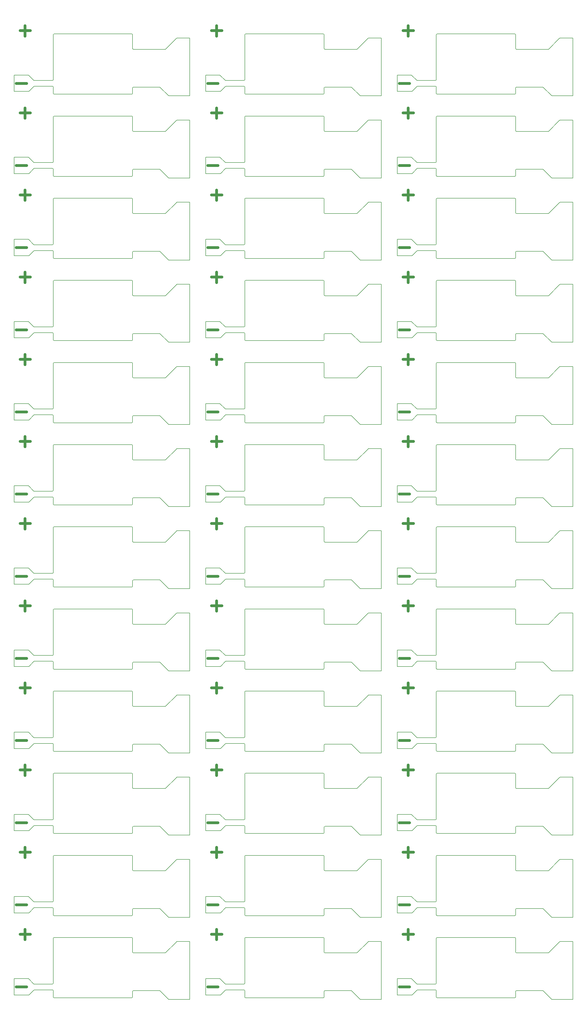
<source format=gbr>
G04 #@! TF.GenerationSoftware,KiCad,Pcbnew,(2017-07-13 revision e01eb2975)-makepkg*
G04 #@! TF.CreationDate,2017-08-29T12:18:45+02:00*
G04 #@! TF.ProjectId,panel,70616E656C2E6B696361645F70636200,rev?*
G04 #@! TF.SameCoordinates,Original
G04 #@! TF.FileFunction,Other,ECO1*
%FSLAX46Y46*%
G04 Gerber Fmt 4.6, Leading zero omitted, Abs format (unit mm)*
G04 Created by KiCad (PCBNEW (2017-07-13 revision e01eb2975)-makepkg) date 08/29/17 12:18:45*
%MOMM*%
%LPD*%
G01*
G04 APERTURE LIST*
%ADD10C,0.150000*%
%ADD11C,1.000000*%
G04 APERTURE END LIST*
D10*
X184750000Y-357600000D02*
G75*
G03X185050000Y-357300000I0J300000D01*
G01*
X114750000Y-357600000D02*
G75*
G03X115050000Y-357300000I0J300000D01*
G01*
X44750000Y-357600000D02*
G75*
G03X45050000Y-357300000I0J300000D01*
G01*
X184750000Y-327600000D02*
G75*
G03X185050000Y-327300000I0J300000D01*
G01*
X114750000Y-327600000D02*
G75*
G03X115050000Y-327300000I0J300000D01*
G01*
X44750000Y-327600000D02*
G75*
G03X45050000Y-327300000I0J300000D01*
G01*
X184750000Y-297600000D02*
G75*
G03X185050000Y-297300000I0J300000D01*
G01*
X114750000Y-297600000D02*
G75*
G03X115050000Y-297300000I0J300000D01*
G01*
X44750000Y-297600000D02*
G75*
G03X45050000Y-297300000I0J300000D01*
G01*
X184750000Y-267600000D02*
G75*
G03X185050000Y-267300000I0J300000D01*
G01*
X114750000Y-267600000D02*
G75*
G03X115050000Y-267300000I0J300000D01*
G01*
X44750000Y-267600000D02*
G75*
G03X45050000Y-267300000I0J300000D01*
G01*
X184750000Y-237600000D02*
G75*
G03X185050000Y-237300000I0J300000D01*
G01*
X114750000Y-237600000D02*
G75*
G03X115050000Y-237300000I0J300000D01*
G01*
X44750000Y-237600000D02*
G75*
G03X45050000Y-237300000I0J300000D01*
G01*
X184750000Y-207600000D02*
G75*
G03X185050000Y-207300000I0J300000D01*
G01*
X114750000Y-207600000D02*
G75*
G03X115050000Y-207300000I0J300000D01*
G01*
X44750000Y-207600000D02*
G75*
G03X45050000Y-207300000I0J300000D01*
G01*
X184750000Y-177600000D02*
G75*
G03X185050000Y-177300000I0J300000D01*
G01*
X114750000Y-177600000D02*
G75*
G03X115050000Y-177300000I0J300000D01*
G01*
X44750000Y-177600000D02*
G75*
G03X45050000Y-177300000I0J300000D01*
G01*
X184750000Y-147600000D02*
G75*
G03X185050000Y-147300000I0J300000D01*
G01*
X114750000Y-147600000D02*
G75*
G03X115050000Y-147300000I0J300000D01*
G01*
X44750000Y-147600000D02*
G75*
G03X45050000Y-147300000I0J300000D01*
G01*
X184750000Y-117600000D02*
G75*
G03X185050000Y-117300000I0J300000D01*
G01*
X114750000Y-117600000D02*
G75*
G03X115050000Y-117300000I0J300000D01*
G01*
X44750000Y-117600000D02*
G75*
G03X45050000Y-117300000I0J300000D01*
G01*
X184750000Y-87600000D02*
G75*
G03X185050000Y-87300000I0J300000D01*
G01*
X114750000Y-87600000D02*
G75*
G03X115050000Y-87300000I0J300000D01*
G01*
X44750000Y-87600000D02*
G75*
G03X45050000Y-87300000I0J300000D01*
G01*
X184750000Y-57600000D02*
G75*
G03X185050000Y-57300000I0J300000D01*
G01*
X114750000Y-57600000D02*
G75*
G03X115050000Y-57300000I0J300000D01*
G01*
X44750000Y-57600000D02*
G75*
G03X45050000Y-57300000I0J300000D01*
G01*
X184750000Y-27600000D02*
G75*
G03X185050000Y-27300000I0J300000D01*
G01*
X114750000Y-27600000D02*
G75*
G03X115050000Y-27300000I0J300000D01*
G01*
X148975000Y-352600000D02*
X146975000Y-350600000D01*
X78975000Y-352600000D02*
X76975000Y-350600000D01*
X8975000Y-352600000D02*
X6975000Y-350600000D01*
X148975000Y-322600000D02*
X146975000Y-320600000D01*
X78975000Y-322600000D02*
X76975000Y-320600000D01*
X8975000Y-322600000D02*
X6975000Y-320600000D01*
X148975000Y-292600000D02*
X146975000Y-290600000D01*
X78975000Y-292600000D02*
X76975000Y-290600000D01*
X8975000Y-292600000D02*
X6975000Y-290600000D01*
X148975000Y-262600000D02*
X146975000Y-260600000D01*
X78975000Y-262600000D02*
X76975000Y-260600000D01*
X8975000Y-262600000D02*
X6975000Y-260600000D01*
X148975000Y-232600000D02*
X146975000Y-230600000D01*
X78975000Y-232600000D02*
X76975000Y-230600000D01*
X8975000Y-232600000D02*
X6975000Y-230600000D01*
X148975000Y-202600000D02*
X146975000Y-200600000D01*
X78975000Y-202600000D02*
X76975000Y-200600000D01*
X8975000Y-202600000D02*
X6975000Y-200600000D01*
X148975000Y-172600000D02*
X146975000Y-170600000D01*
X78975000Y-172600000D02*
X76975000Y-170600000D01*
X8975000Y-172600000D02*
X6975000Y-170600000D01*
X148975000Y-142600000D02*
X146975000Y-140600000D01*
X78975000Y-142600000D02*
X76975000Y-140600000D01*
X8975000Y-142600000D02*
X6975000Y-140600000D01*
X148975000Y-112600000D02*
X146975000Y-110600000D01*
X78975000Y-112600000D02*
X76975000Y-110600000D01*
X8975000Y-112600000D02*
X6975000Y-110600000D01*
X148975000Y-82600000D02*
X146975000Y-80600000D01*
X78975000Y-82600000D02*
X76975000Y-80600000D01*
X8975000Y-82600000D02*
X6975000Y-80600000D01*
X148975000Y-52600000D02*
X146975000Y-50600000D01*
X78975000Y-52600000D02*
X76975000Y-50600000D01*
X8975000Y-52600000D02*
X6975000Y-50600000D01*
X148975000Y-22600000D02*
X146975000Y-20600000D01*
X78975000Y-22600000D02*
X76975000Y-20600000D01*
X185050000Y-335900000D02*
G75*
G03X184750000Y-335600000I-300000J0D01*
G01*
X115050000Y-335900000D02*
G75*
G03X114750000Y-335600000I-300000J0D01*
G01*
X45050000Y-335900000D02*
G75*
G03X44750000Y-335600000I-300000J0D01*
G01*
X185050000Y-305900000D02*
G75*
G03X184750000Y-305600000I-300000J0D01*
G01*
X115050000Y-305900000D02*
G75*
G03X114750000Y-305600000I-300000J0D01*
G01*
X45050000Y-305900000D02*
G75*
G03X44750000Y-305600000I-300000J0D01*
G01*
X185050000Y-275900000D02*
G75*
G03X184750000Y-275600000I-300000J0D01*
G01*
X115050000Y-275900000D02*
G75*
G03X114750000Y-275600000I-300000J0D01*
G01*
X45050000Y-275900000D02*
G75*
G03X44750000Y-275600000I-300000J0D01*
G01*
X185050000Y-245900000D02*
G75*
G03X184750000Y-245600000I-300000J0D01*
G01*
X115050000Y-245900000D02*
G75*
G03X114750000Y-245600000I-300000J0D01*
G01*
X45050000Y-245900000D02*
G75*
G03X44750000Y-245600000I-300000J0D01*
G01*
X185050000Y-215900000D02*
G75*
G03X184750000Y-215600000I-300000J0D01*
G01*
X115050000Y-215900000D02*
G75*
G03X114750000Y-215600000I-300000J0D01*
G01*
X45050000Y-215900000D02*
G75*
G03X44750000Y-215600000I-300000J0D01*
G01*
X185050000Y-185900000D02*
G75*
G03X184750000Y-185600000I-300000J0D01*
G01*
X115050000Y-185900000D02*
G75*
G03X114750000Y-185600000I-300000J0D01*
G01*
X45050000Y-185900000D02*
G75*
G03X44750000Y-185600000I-300000J0D01*
G01*
X185050000Y-155900000D02*
G75*
G03X184750000Y-155600000I-300000J0D01*
G01*
X115050000Y-155900000D02*
G75*
G03X114750000Y-155600000I-300000J0D01*
G01*
X45050000Y-155900000D02*
G75*
G03X44750000Y-155600000I-300000J0D01*
G01*
X185050000Y-125900000D02*
G75*
G03X184750000Y-125600000I-300000J0D01*
G01*
X115050000Y-125900000D02*
G75*
G03X114750000Y-125600000I-300000J0D01*
G01*
X45050000Y-125900000D02*
G75*
G03X44750000Y-125600000I-300000J0D01*
G01*
X185050000Y-95900000D02*
G75*
G03X184750000Y-95600000I-300000J0D01*
G01*
X115050000Y-95900000D02*
G75*
G03X114750000Y-95600000I-300000J0D01*
G01*
X45050000Y-95900000D02*
G75*
G03X44750000Y-95600000I-300000J0D01*
G01*
X185050000Y-65900000D02*
G75*
G03X184750000Y-65600000I-300000J0D01*
G01*
X115050000Y-65900000D02*
G75*
G03X114750000Y-65600000I-300000J0D01*
G01*
X45050000Y-65900000D02*
G75*
G03X44750000Y-65600000I-300000J0D01*
G01*
X185050000Y-35900000D02*
G75*
G03X184750000Y-35600000I-300000J0D01*
G01*
X115050000Y-35900000D02*
G75*
G03X114750000Y-35600000I-300000J0D01*
G01*
X45050000Y-35900000D02*
G75*
G03X44750000Y-35600000I-300000J0D01*
G01*
X185050000Y-5900000D02*
G75*
G03X184750000Y-5600000I-300000J0D01*
G01*
X115050000Y-5900000D02*
G75*
G03X114750000Y-5600000I-300000J0D01*
G01*
X156050000Y-357300000D02*
G75*
G03X156350000Y-357600000I300000J0D01*
G01*
X86050000Y-357300000D02*
G75*
G03X86350000Y-357600000I300000J0D01*
G01*
X16050000Y-357300000D02*
G75*
G03X16350000Y-357600000I300000J0D01*
G01*
X156050000Y-327300000D02*
G75*
G03X156350000Y-327600000I300000J0D01*
G01*
X86050000Y-327300000D02*
G75*
G03X86350000Y-327600000I300000J0D01*
G01*
X16050000Y-327300000D02*
G75*
G03X16350000Y-327600000I300000J0D01*
G01*
X156050000Y-297300000D02*
G75*
G03X156350000Y-297600000I300000J0D01*
G01*
X86050000Y-297300000D02*
G75*
G03X86350000Y-297600000I300000J0D01*
G01*
X16050000Y-297300000D02*
G75*
G03X16350000Y-297600000I300000J0D01*
G01*
X156050000Y-267300000D02*
G75*
G03X156350000Y-267600000I300000J0D01*
G01*
X86050000Y-267300000D02*
G75*
G03X86350000Y-267600000I300000J0D01*
G01*
X16050000Y-267300000D02*
G75*
G03X16350000Y-267600000I300000J0D01*
G01*
X156050000Y-237300000D02*
G75*
G03X156350000Y-237600000I300000J0D01*
G01*
X86050000Y-237300000D02*
G75*
G03X86350000Y-237600000I300000J0D01*
G01*
X16050000Y-237300000D02*
G75*
G03X16350000Y-237600000I300000J0D01*
G01*
X156050000Y-207300000D02*
G75*
G03X156350000Y-207600000I300000J0D01*
G01*
X86050000Y-207300000D02*
G75*
G03X86350000Y-207600000I300000J0D01*
G01*
X16050000Y-207300000D02*
G75*
G03X16350000Y-207600000I300000J0D01*
G01*
X156050000Y-177300000D02*
G75*
G03X156350000Y-177600000I300000J0D01*
G01*
X86050000Y-177300000D02*
G75*
G03X86350000Y-177600000I300000J0D01*
G01*
X16050000Y-177300000D02*
G75*
G03X16350000Y-177600000I300000J0D01*
G01*
X156050000Y-147300000D02*
G75*
G03X156350000Y-147600000I300000J0D01*
G01*
X86050000Y-147300000D02*
G75*
G03X86350000Y-147600000I300000J0D01*
G01*
X16050000Y-147300000D02*
G75*
G03X16350000Y-147600000I300000J0D01*
G01*
X156050000Y-117300000D02*
G75*
G03X156350000Y-117600000I300000J0D01*
G01*
X86050000Y-117300000D02*
G75*
G03X86350000Y-117600000I300000J0D01*
G01*
X16050000Y-117300000D02*
G75*
G03X16350000Y-117600000I300000J0D01*
G01*
X156050000Y-87300000D02*
G75*
G03X156350000Y-87600000I300000J0D01*
G01*
X86050000Y-87300000D02*
G75*
G03X86350000Y-87600000I300000J0D01*
G01*
X16050000Y-87300000D02*
G75*
G03X16350000Y-87600000I300000J0D01*
G01*
X156050000Y-57300000D02*
G75*
G03X156350000Y-57600000I300000J0D01*
G01*
X86050000Y-57300000D02*
G75*
G03X86350000Y-57600000I300000J0D01*
G01*
X16050000Y-57300000D02*
G75*
G03X16350000Y-57600000I300000J0D01*
G01*
X156050000Y-27300000D02*
G75*
G03X156350000Y-27600000I300000J0D01*
G01*
X86050000Y-27300000D02*
G75*
G03X86350000Y-27600000I300000J0D01*
G01*
X156350000Y-357600000D02*
X184750000Y-357600000D01*
X86350000Y-357600000D02*
X114750000Y-357600000D01*
X16350000Y-357600000D02*
X44750000Y-357600000D01*
X156350000Y-327600000D02*
X184750000Y-327600000D01*
X86350000Y-327600000D02*
X114750000Y-327600000D01*
X16350000Y-327600000D02*
X44750000Y-327600000D01*
X156350000Y-297600000D02*
X184750000Y-297600000D01*
X86350000Y-297600000D02*
X114750000Y-297600000D01*
X16350000Y-297600000D02*
X44750000Y-297600000D01*
X156350000Y-267600000D02*
X184750000Y-267600000D01*
X86350000Y-267600000D02*
X114750000Y-267600000D01*
X16350000Y-267600000D02*
X44750000Y-267600000D01*
X156350000Y-237600000D02*
X184750000Y-237600000D01*
X86350000Y-237600000D02*
X114750000Y-237600000D01*
X16350000Y-237600000D02*
X44750000Y-237600000D01*
X156350000Y-207600000D02*
X184750000Y-207600000D01*
X86350000Y-207600000D02*
X114750000Y-207600000D01*
X16350000Y-207600000D02*
X44750000Y-207600000D01*
X156350000Y-177600000D02*
X184750000Y-177600000D01*
X86350000Y-177600000D02*
X114750000Y-177600000D01*
X16350000Y-177600000D02*
X44750000Y-177600000D01*
X156350000Y-147600000D02*
X184750000Y-147600000D01*
X86350000Y-147600000D02*
X114750000Y-147600000D01*
X16350000Y-147600000D02*
X44750000Y-147600000D01*
X156350000Y-117600000D02*
X184750000Y-117600000D01*
X86350000Y-117600000D02*
X114750000Y-117600000D01*
X16350000Y-117600000D02*
X44750000Y-117600000D01*
X156350000Y-87600000D02*
X184750000Y-87600000D01*
X86350000Y-87600000D02*
X114750000Y-87600000D01*
X16350000Y-87600000D02*
X44750000Y-87600000D01*
X156350000Y-57600000D02*
X184750000Y-57600000D01*
X86350000Y-57600000D02*
X114750000Y-57600000D01*
X16350000Y-57600000D02*
X44750000Y-57600000D01*
X156350000Y-27600000D02*
X184750000Y-27600000D01*
X86350000Y-27600000D02*
X114750000Y-27600000D01*
X156350000Y-335600000D02*
G75*
G03X156050000Y-335900000I0J-300000D01*
G01*
X86350000Y-335600000D02*
G75*
G03X86050000Y-335900000I0J-300000D01*
G01*
X16350000Y-335600000D02*
G75*
G03X16050000Y-335900000I0J-300000D01*
G01*
X156350000Y-305600000D02*
G75*
G03X156050000Y-305900000I0J-300000D01*
G01*
X86350000Y-305600000D02*
G75*
G03X86050000Y-305900000I0J-300000D01*
G01*
X16350000Y-305600000D02*
G75*
G03X16050000Y-305900000I0J-300000D01*
G01*
X156350000Y-275600000D02*
G75*
G03X156050000Y-275900000I0J-300000D01*
G01*
X86350000Y-275600000D02*
G75*
G03X86050000Y-275900000I0J-300000D01*
G01*
X16350000Y-275600000D02*
G75*
G03X16050000Y-275900000I0J-300000D01*
G01*
X156350000Y-245600000D02*
G75*
G03X156050000Y-245900000I0J-300000D01*
G01*
X86350000Y-245600000D02*
G75*
G03X86050000Y-245900000I0J-300000D01*
G01*
X16350000Y-245600000D02*
G75*
G03X16050000Y-245900000I0J-300000D01*
G01*
X156350000Y-215600000D02*
G75*
G03X156050000Y-215900000I0J-300000D01*
G01*
X86350000Y-215600000D02*
G75*
G03X86050000Y-215900000I0J-300000D01*
G01*
X16350000Y-215600000D02*
G75*
G03X16050000Y-215900000I0J-300000D01*
G01*
X156350000Y-185600000D02*
G75*
G03X156050000Y-185900000I0J-300000D01*
G01*
X86350000Y-185600000D02*
G75*
G03X86050000Y-185900000I0J-300000D01*
G01*
X16350000Y-185600000D02*
G75*
G03X16050000Y-185900000I0J-300000D01*
G01*
X156350000Y-155600000D02*
G75*
G03X156050000Y-155900000I0J-300000D01*
G01*
X86350000Y-155600000D02*
G75*
G03X86050000Y-155900000I0J-300000D01*
G01*
X16350000Y-155600000D02*
G75*
G03X16050000Y-155900000I0J-300000D01*
G01*
X156350000Y-125600000D02*
G75*
G03X156050000Y-125900000I0J-300000D01*
G01*
X86350000Y-125600000D02*
G75*
G03X86050000Y-125900000I0J-300000D01*
G01*
X16350000Y-125600000D02*
G75*
G03X16050000Y-125900000I0J-300000D01*
G01*
X156350000Y-95600000D02*
G75*
G03X156050000Y-95900000I0J-300000D01*
G01*
X86350000Y-95600000D02*
G75*
G03X86050000Y-95900000I0J-300000D01*
G01*
X16350000Y-95600000D02*
G75*
G03X16050000Y-95900000I0J-300000D01*
G01*
X156350000Y-65600000D02*
G75*
G03X156050000Y-65900000I0J-300000D01*
G01*
X86350000Y-65600000D02*
G75*
G03X86050000Y-65900000I0J-300000D01*
G01*
X16350000Y-65600000D02*
G75*
G03X16050000Y-65900000I0J-300000D01*
G01*
X156350000Y-35600000D02*
G75*
G03X156050000Y-35900000I0J-300000D01*
G01*
X86350000Y-35600000D02*
G75*
G03X86050000Y-35900000I0J-300000D01*
G01*
X16350000Y-35600000D02*
G75*
G03X16050000Y-35900000I0J-300000D01*
G01*
X156350000Y-5600000D02*
G75*
G03X156050000Y-5900000I0J-300000D01*
G01*
X86350000Y-5600000D02*
G75*
G03X86050000Y-5900000I0J-300000D01*
G01*
X146975000Y-350600000D02*
X141775000Y-350600000D01*
X76975000Y-350600000D02*
X71775000Y-350600000D01*
X6975000Y-350600000D02*
X1775000Y-350600000D01*
X146975000Y-320600000D02*
X141775000Y-320600000D01*
X76975000Y-320600000D02*
X71775000Y-320600000D01*
X6975000Y-320600000D02*
X1775000Y-320600000D01*
X146975000Y-290600000D02*
X141775000Y-290600000D01*
X76975000Y-290600000D02*
X71775000Y-290600000D01*
X6975000Y-290600000D02*
X1775000Y-290600000D01*
X146975000Y-260600000D02*
X141775000Y-260600000D01*
X76975000Y-260600000D02*
X71775000Y-260600000D01*
X6975000Y-260600000D02*
X1775000Y-260600000D01*
X146975000Y-230600000D02*
X141775000Y-230600000D01*
X76975000Y-230600000D02*
X71775000Y-230600000D01*
X6975000Y-230600000D02*
X1775000Y-230600000D01*
X146975000Y-200600000D02*
X141775000Y-200600000D01*
X76975000Y-200600000D02*
X71775000Y-200600000D01*
X6975000Y-200600000D02*
X1775000Y-200600000D01*
X146975000Y-170600000D02*
X141775000Y-170600000D01*
X76975000Y-170600000D02*
X71775000Y-170600000D01*
X6975000Y-170600000D02*
X1775000Y-170600000D01*
X146975000Y-140600000D02*
X141775000Y-140600000D01*
X76975000Y-140600000D02*
X71775000Y-140600000D01*
X6975000Y-140600000D02*
X1775000Y-140600000D01*
X146975000Y-110600000D02*
X141775000Y-110600000D01*
X76975000Y-110600000D02*
X71775000Y-110600000D01*
X6975000Y-110600000D02*
X1775000Y-110600000D01*
X146975000Y-80600000D02*
X141775000Y-80600000D01*
X76975000Y-80600000D02*
X71775000Y-80600000D01*
X6975000Y-80600000D02*
X1775000Y-80600000D01*
X146975000Y-50600000D02*
X141775000Y-50600000D01*
X76975000Y-50600000D02*
X71775000Y-50600000D01*
X6975000Y-50600000D02*
X1775000Y-50600000D01*
X146975000Y-20600000D02*
X141775000Y-20600000D01*
X76975000Y-20600000D02*
X71775000Y-20600000D01*
X141775000Y-350600000D02*
X141775000Y-355300000D01*
X71775000Y-350600000D02*
X71775000Y-355300000D01*
X1775000Y-350600000D02*
X1775000Y-355300000D01*
X141775000Y-320600000D02*
X141775000Y-325300000D01*
X71775000Y-320600000D02*
X71775000Y-325300000D01*
X1775000Y-320600000D02*
X1775000Y-325300000D01*
X141775000Y-290600000D02*
X141775000Y-295300000D01*
X71775000Y-290600000D02*
X71775000Y-295300000D01*
X1775000Y-290600000D02*
X1775000Y-295300000D01*
X141775000Y-260600000D02*
X141775000Y-265300000D01*
X71775000Y-260600000D02*
X71775000Y-265300000D01*
X1775000Y-260600000D02*
X1775000Y-265300000D01*
X141775000Y-230600000D02*
X141775000Y-235300000D01*
X71775000Y-230600000D02*
X71775000Y-235300000D01*
X1775000Y-230600000D02*
X1775000Y-235300000D01*
X141775000Y-200600000D02*
X141775000Y-205300000D01*
X71775000Y-200600000D02*
X71775000Y-205300000D01*
X1775000Y-200600000D02*
X1775000Y-205300000D01*
X141775000Y-170600000D02*
X141775000Y-175300000D01*
X71775000Y-170600000D02*
X71775000Y-175300000D01*
X1775000Y-170600000D02*
X1775000Y-175300000D01*
X141775000Y-140600000D02*
X141775000Y-145300000D01*
X71775000Y-140600000D02*
X71775000Y-145300000D01*
X1775000Y-140600000D02*
X1775000Y-145300000D01*
X141775000Y-110600000D02*
X141775000Y-115300000D01*
X71775000Y-110600000D02*
X71775000Y-115300000D01*
X1775000Y-110600000D02*
X1775000Y-115300000D01*
X141775000Y-80600000D02*
X141775000Y-85300000D01*
X71775000Y-80600000D02*
X71775000Y-85300000D01*
X1775000Y-80600000D02*
X1775000Y-85300000D01*
X141775000Y-50600000D02*
X141775000Y-55300000D01*
X71775000Y-50600000D02*
X71775000Y-55300000D01*
X1775000Y-50600000D02*
X1775000Y-55300000D01*
X141775000Y-20600000D02*
X141775000Y-25300000D01*
X71775000Y-20600000D02*
X71775000Y-25300000D01*
X141775000Y-355300000D02*
X141775000Y-356600000D01*
X71775000Y-355300000D02*
X71775000Y-356600000D01*
X1775000Y-355300000D02*
X1775000Y-356600000D01*
X141775000Y-325300000D02*
X141775000Y-326600000D01*
X71775000Y-325300000D02*
X71775000Y-326600000D01*
X1775000Y-325300000D02*
X1775000Y-326600000D01*
X141775000Y-295300000D02*
X141775000Y-296600000D01*
X71775000Y-295300000D02*
X71775000Y-296600000D01*
X1775000Y-295300000D02*
X1775000Y-296600000D01*
X141775000Y-265300000D02*
X141775000Y-266600000D01*
X71775000Y-265300000D02*
X71775000Y-266600000D01*
X1775000Y-265300000D02*
X1775000Y-266600000D01*
X141775000Y-235300000D02*
X141775000Y-236600000D01*
X71775000Y-235300000D02*
X71775000Y-236600000D01*
X1775000Y-235300000D02*
X1775000Y-236600000D01*
X141775000Y-205300000D02*
X141775000Y-206600000D01*
X71775000Y-205300000D02*
X71775000Y-206600000D01*
X1775000Y-205300000D02*
X1775000Y-206600000D01*
X141775000Y-175300000D02*
X141775000Y-176600000D01*
X71775000Y-175300000D02*
X71775000Y-176600000D01*
X1775000Y-175300000D02*
X1775000Y-176600000D01*
X141775000Y-145300000D02*
X141775000Y-146600000D01*
X71775000Y-145300000D02*
X71775000Y-146600000D01*
X1775000Y-145300000D02*
X1775000Y-146600000D01*
X141775000Y-115300000D02*
X141775000Y-116600000D01*
X71775000Y-115300000D02*
X71775000Y-116600000D01*
X1775000Y-115300000D02*
X1775000Y-116600000D01*
X141775000Y-85300000D02*
X141775000Y-86600000D01*
X71775000Y-85300000D02*
X71775000Y-86600000D01*
X1775000Y-85300000D02*
X1775000Y-86600000D01*
X141775000Y-55300000D02*
X141775000Y-56600000D01*
X71775000Y-55300000D02*
X71775000Y-56600000D01*
X1775000Y-55300000D02*
X1775000Y-56600000D01*
X141775000Y-25300000D02*
X141775000Y-26600000D01*
X71775000Y-25300000D02*
X71775000Y-26600000D01*
X156350000Y-335600000D02*
X184750000Y-335600000D01*
X86350000Y-335600000D02*
X114750000Y-335600000D01*
X16350000Y-335600000D02*
X44750000Y-335600000D01*
X156350000Y-305600000D02*
X184750000Y-305600000D01*
X86350000Y-305600000D02*
X114750000Y-305600000D01*
X16350000Y-305600000D02*
X44750000Y-305600000D01*
X156350000Y-275600000D02*
X184750000Y-275600000D01*
X86350000Y-275600000D02*
X114750000Y-275600000D01*
X16350000Y-275600000D02*
X44750000Y-275600000D01*
X156350000Y-245600000D02*
X184750000Y-245600000D01*
X86350000Y-245600000D02*
X114750000Y-245600000D01*
X16350000Y-245600000D02*
X44750000Y-245600000D01*
X156350000Y-215600000D02*
X184750000Y-215600000D01*
X86350000Y-215600000D02*
X114750000Y-215600000D01*
X16350000Y-215600000D02*
X44750000Y-215600000D01*
X156350000Y-185600000D02*
X184750000Y-185600000D01*
X86350000Y-185600000D02*
X114750000Y-185600000D01*
X16350000Y-185600000D02*
X44750000Y-185600000D01*
X156350000Y-155600000D02*
X184750000Y-155600000D01*
X86350000Y-155600000D02*
X114750000Y-155600000D01*
X16350000Y-155600000D02*
X44750000Y-155600000D01*
X156350000Y-125600000D02*
X184750000Y-125600000D01*
X86350000Y-125600000D02*
X114750000Y-125600000D01*
X16350000Y-125600000D02*
X44750000Y-125600000D01*
X156350000Y-95600000D02*
X184750000Y-95600000D01*
X86350000Y-95600000D02*
X114750000Y-95600000D01*
X16350000Y-95600000D02*
X44750000Y-95600000D01*
X156350000Y-65600000D02*
X184750000Y-65600000D01*
X86350000Y-65600000D02*
X114750000Y-65600000D01*
X16350000Y-65600000D02*
X44750000Y-65600000D01*
X156350000Y-35600000D02*
X184750000Y-35600000D01*
X86350000Y-35600000D02*
X114750000Y-35600000D01*
X16350000Y-35600000D02*
X44750000Y-35600000D01*
X156350000Y-5600000D02*
X184750000Y-5600000D01*
X86350000Y-5600000D02*
X114750000Y-5600000D01*
X141775000Y-356600000D02*
X147175000Y-356600000D01*
X71775000Y-356600000D02*
X77175000Y-356600000D01*
X1775000Y-356600000D02*
X7175000Y-356600000D01*
X141775000Y-326600000D02*
X147175000Y-326600000D01*
X71775000Y-326600000D02*
X77175000Y-326600000D01*
X1775000Y-326600000D02*
X7175000Y-326600000D01*
X141775000Y-296600000D02*
X147175000Y-296600000D01*
X71775000Y-296600000D02*
X77175000Y-296600000D01*
X1775000Y-296600000D02*
X7175000Y-296600000D01*
X141775000Y-266600000D02*
X147175000Y-266600000D01*
X71775000Y-266600000D02*
X77175000Y-266600000D01*
X1775000Y-266600000D02*
X7175000Y-266600000D01*
X141775000Y-236600000D02*
X147175000Y-236600000D01*
X71775000Y-236600000D02*
X77175000Y-236600000D01*
X1775000Y-236600000D02*
X7175000Y-236600000D01*
X141775000Y-206600000D02*
X147175000Y-206600000D01*
X71775000Y-206600000D02*
X77175000Y-206600000D01*
X1775000Y-206600000D02*
X7175000Y-206600000D01*
X141775000Y-176600000D02*
X147175000Y-176600000D01*
X71775000Y-176600000D02*
X77175000Y-176600000D01*
X1775000Y-176600000D02*
X7175000Y-176600000D01*
X141775000Y-146600000D02*
X147175000Y-146600000D01*
X71775000Y-146600000D02*
X77175000Y-146600000D01*
X1775000Y-146600000D02*
X7175000Y-146600000D01*
X141775000Y-116600000D02*
X147175000Y-116600000D01*
X71775000Y-116600000D02*
X77175000Y-116600000D01*
X1775000Y-116600000D02*
X7175000Y-116600000D01*
X141775000Y-86600000D02*
X147175000Y-86600000D01*
X71775000Y-86600000D02*
X77175000Y-86600000D01*
X1775000Y-86600000D02*
X7175000Y-86600000D01*
X141775000Y-56600000D02*
X147175000Y-56600000D01*
X71775000Y-56600000D02*
X77175000Y-56600000D01*
X1775000Y-56600000D02*
X7175000Y-56600000D01*
X141775000Y-26600000D02*
X147175000Y-26600000D01*
X71775000Y-26600000D02*
X77175000Y-26600000D01*
X147175000Y-356600000D02*
X149075000Y-354700000D01*
X77175000Y-356600000D02*
X79075000Y-354700000D01*
X7175000Y-356600000D02*
X9075000Y-354700000D01*
X147175000Y-326600000D02*
X149075000Y-324700000D01*
X77175000Y-326600000D02*
X79075000Y-324700000D01*
X7175000Y-326600000D02*
X9075000Y-324700000D01*
X147175000Y-296600000D02*
X149075000Y-294700000D01*
X77175000Y-296600000D02*
X79075000Y-294700000D01*
X7175000Y-296600000D02*
X9075000Y-294700000D01*
X147175000Y-266600000D02*
X149075000Y-264700000D01*
X77175000Y-266600000D02*
X79075000Y-264700000D01*
X7175000Y-266600000D02*
X9075000Y-264700000D01*
X147175000Y-236600000D02*
X149075000Y-234700000D01*
X77175000Y-236600000D02*
X79075000Y-234700000D01*
X7175000Y-236600000D02*
X9075000Y-234700000D01*
X147175000Y-206600000D02*
X149075000Y-204700000D01*
X77175000Y-206600000D02*
X79075000Y-204700000D01*
X7175000Y-206600000D02*
X9075000Y-204700000D01*
X147175000Y-176600000D02*
X149075000Y-174700000D01*
X77175000Y-176600000D02*
X79075000Y-174700000D01*
X7175000Y-176600000D02*
X9075000Y-174700000D01*
X147175000Y-146600000D02*
X149075000Y-144700000D01*
X77175000Y-146600000D02*
X79075000Y-144700000D01*
X7175000Y-146600000D02*
X9075000Y-144700000D01*
X147175000Y-116600000D02*
X149075000Y-114700000D01*
X77175000Y-116600000D02*
X79075000Y-114700000D01*
X7175000Y-116600000D02*
X9075000Y-114700000D01*
X147175000Y-86600000D02*
X149075000Y-84700000D01*
X77175000Y-86600000D02*
X79075000Y-84700000D01*
X7175000Y-86600000D02*
X9075000Y-84700000D01*
X147175000Y-56600000D02*
X149075000Y-54700000D01*
X77175000Y-56600000D02*
X79075000Y-54700000D01*
X7175000Y-56600000D02*
X9075000Y-54700000D01*
X147175000Y-26600000D02*
X149075000Y-24700000D01*
X77175000Y-26600000D02*
X79075000Y-24700000D01*
X156055000Y-357295000D02*
X156055000Y-354995000D01*
X86055000Y-357295000D02*
X86055000Y-354995000D01*
X16055000Y-357295000D02*
X16055000Y-354995000D01*
X156055000Y-327295000D02*
X156055000Y-324995000D01*
X86055000Y-327295000D02*
X86055000Y-324995000D01*
X16055000Y-327295000D02*
X16055000Y-324995000D01*
X156055000Y-297295000D02*
X156055000Y-294995000D01*
X86055000Y-297295000D02*
X86055000Y-294995000D01*
X16055000Y-297295000D02*
X16055000Y-294995000D01*
X156055000Y-267295000D02*
X156055000Y-264995000D01*
X86055000Y-267295000D02*
X86055000Y-264995000D01*
X16055000Y-267295000D02*
X16055000Y-264995000D01*
X156055000Y-237295000D02*
X156055000Y-234995000D01*
X86055000Y-237295000D02*
X86055000Y-234995000D01*
X16055000Y-237295000D02*
X16055000Y-234995000D01*
X156055000Y-207295000D02*
X156055000Y-204995000D01*
X86055000Y-207295000D02*
X86055000Y-204995000D01*
X16055000Y-207295000D02*
X16055000Y-204995000D01*
X156055000Y-177295000D02*
X156055000Y-174995000D01*
X86055000Y-177295000D02*
X86055000Y-174995000D01*
X16055000Y-177295000D02*
X16055000Y-174995000D01*
X156055000Y-147295000D02*
X156055000Y-144995000D01*
X86055000Y-147295000D02*
X86055000Y-144995000D01*
X16055000Y-147295000D02*
X16055000Y-144995000D01*
X156055000Y-117295000D02*
X156055000Y-114995000D01*
X86055000Y-117295000D02*
X86055000Y-114995000D01*
X16055000Y-117295000D02*
X16055000Y-114995000D01*
X156055000Y-87295000D02*
X156055000Y-84995000D01*
X86055000Y-87295000D02*
X86055000Y-84995000D01*
X16055000Y-87295000D02*
X16055000Y-84995000D01*
X156055000Y-57295000D02*
X156055000Y-54995000D01*
X86055000Y-57295000D02*
X86055000Y-54995000D01*
X16055000Y-57295000D02*
X16055000Y-54995000D01*
X156055000Y-27295000D02*
X156055000Y-24995000D01*
X86055000Y-27295000D02*
X86055000Y-24995000D01*
D11*
X145755000Y-336375000D02*
X145755000Y-332625000D01*
X75755000Y-336375000D02*
X75755000Y-332625000D01*
X5755000Y-336375000D02*
X5755000Y-332625000D01*
X145755000Y-306375000D02*
X145755000Y-302625000D01*
X75755000Y-306375000D02*
X75755000Y-302625000D01*
X5755000Y-306375000D02*
X5755000Y-302625000D01*
X145755000Y-276375000D02*
X145755000Y-272625000D01*
X75755000Y-276375000D02*
X75755000Y-272625000D01*
X5755000Y-276375000D02*
X5755000Y-272625000D01*
X145755000Y-246375000D02*
X145755000Y-242625000D01*
X75755000Y-246375000D02*
X75755000Y-242625000D01*
X5755000Y-246375000D02*
X5755000Y-242625000D01*
X145755000Y-216375000D02*
X145755000Y-212625000D01*
X75755000Y-216375000D02*
X75755000Y-212625000D01*
X5755000Y-216375000D02*
X5755000Y-212625000D01*
X145755000Y-186375000D02*
X145755000Y-182625000D01*
X75755000Y-186375000D02*
X75755000Y-182625000D01*
X5755000Y-186375000D02*
X5755000Y-182625000D01*
X145755000Y-156375000D02*
X145755000Y-152625000D01*
X75755000Y-156375000D02*
X75755000Y-152625000D01*
X5755000Y-156375000D02*
X5755000Y-152625000D01*
X145755000Y-126375000D02*
X145755000Y-122625000D01*
X75755000Y-126375000D02*
X75755000Y-122625000D01*
X5755000Y-126375000D02*
X5755000Y-122625000D01*
X145755000Y-96375000D02*
X145755000Y-92625000D01*
X75755000Y-96375000D02*
X75755000Y-92625000D01*
X5755000Y-96375000D02*
X5755000Y-92625000D01*
X145755000Y-66375000D02*
X145755000Y-62625000D01*
X75755000Y-66375000D02*
X75755000Y-62625000D01*
X5755000Y-66375000D02*
X5755000Y-62625000D01*
X145755000Y-36375000D02*
X145755000Y-32625000D01*
X75755000Y-36375000D02*
X75755000Y-32625000D01*
X5755000Y-36375000D02*
X5755000Y-32625000D01*
X145755000Y-6375000D02*
X145755000Y-2625000D01*
X75755000Y-6375000D02*
X75755000Y-2625000D01*
D10*
X205950000Y-345400000D02*
X205950000Y-358200000D01*
X135950000Y-345400000D02*
X135950000Y-358200000D01*
X65950000Y-345400000D02*
X65950000Y-358200000D01*
X205950000Y-315400000D02*
X205950000Y-328200000D01*
X135950000Y-315400000D02*
X135950000Y-328200000D01*
X65950000Y-315400000D02*
X65950000Y-328200000D01*
X205950000Y-285400000D02*
X205950000Y-298200000D01*
X135950000Y-285400000D02*
X135950000Y-298200000D01*
X65950000Y-285400000D02*
X65950000Y-298200000D01*
X205950000Y-255400000D02*
X205950000Y-268200000D01*
X135950000Y-255400000D02*
X135950000Y-268200000D01*
X65950000Y-255400000D02*
X65950000Y-268200000D01*
X205950000Y-225400000D02*
X205950000Y-238200000D01*
X135950000Y-225400000D02*
X135950000Y-238200000D01*
X65950000Y-225400000D02*
X65950000Y-238200000D01*
X205950000Y-195400000D02*
X205950000Y-208200000D01*
X135950000Y-195400000D02*
X135950000Y-208200000D01*
X65950000Y-195400000D02*
X65950000Y-208200000D01*
X205950000Y-165400000D02*
X205950000Y-178200000D01*
X135950000Y-165400000D02*
X135950000Y-178200000D01*
X65950000Y-165400000D02*
X65950000Y-178200000D01*
X205950000Y-135400000D02*
X205950000Y-148200000D01*
X135950000Y-135400000D02*
X135950000Y-148200000D01*
X65950000Y-135400000D02*
X65950000Y-148200000D01*
X205950000Y-105400000D02*
X205950000Y-118200000D01*
X135950000Y-105400000D02*
X135950000Y-118200000D01*
X65950000Y-105400000D02*
X65950000Y-118200000D01*
X205950000Y-75400000D02*
X205950000Y-88200000D01*
X135950000Y-75400000D02*
X135950000Y-88200000D01*
X65950000Y-75400000D02*
X65950000Y-88200000D01*
X205950000Y-45400000D02*
X205950000Y-58200000D01*
X135950000Y-45400000D02*
X135950000Y-58200000D01*
X65950000Y-45400000D02*
X65950000Y-58200000D01*
X205950000Y-15400000D02*
X205950000Y-28200000D01*
X135950000Y-15400000D02*
X135950000Y-28200000D01*
X205950000Y-358200000D02*
X198250000Y-358200000D01*
X135950000Y-358200000D02*
X128250000Y-358200000D01*
X65950000Y-358200000D02*
X58250000Y-358200000D01*
X205950000Y-328200000D02*
X198250000Y-328200000D01*
X135950000Y-328200000D02*
X128250000Y-328200000D01*
X65950000Y-328200000D02*
X58250000Y-328200000D01*
X205950000Y-298200000D02*
X198250000Y-298200000D01*
X135950000Y-298200000D02*
X128250000Y-298200000D01*
X65950000Y-298200000D02*
X58250000Y-298200000D01*
X205950000Y-268200000D02*
X198250000Y-268200000D01*
X135950000Y-268200000D02*
X128250000Y-268200000D01*
X65950000Y-268200000D02*
X58250000Y-268200000D01*
X205950000Y-238200000D02*
X198250000Y-238200000D01*
X135950000Y-238200000D02*
X128250000Y-238200000D01*
X65950000Y-238200000D02*
X58250000Y-238200000D01*
X205950000Y-208200000D02*
X198250000Y-208200000D01*
X135950000Y-208200000D02*
X128250000Y-208200000D01*
X65950000Y-208200000D02*
X58250000Y-208200000D01*
X205950000Y-178200000D02*
X198250000Y-178200000D01*
X135950000Y-178200000D02*
X128250000Y-178200000D01*
X65950000Y-178200000D02*
X58250000Y-178200000D01*
X205950000Y-148200000D02*
X198250000Y-148200000D01*
X135950000Y-148200000D02*
X128250000Y-148200000D01*
X65950000Y-148200000D02*
X58250000Y-148200000D01*
X205950000Y-118200000D02*
X198250000Y-118200000D01*
X135950000Y-118200000D02*
X128250000Y-118200000D01*
X65950000Y-118200000D02*
X58250000Y-118200000D01*
X205950000Y-88200000D02*
X198250000Y-88200000D01*
X135950000Y-88200000D02*
X128250000Y-88200000D01*
X65950000Y-88200000D02*
X58250000Y-88200000D01*
X205950000Y-58200000D02*
X198250000Y-58200000D01*
X135950000Y-58200000D02*
X128250000Y-58200000D01*
X65950000Y-58200000D02*
X58250000Y-58200000D01*
X205950000Y-28200000D02*
X198250000Y-28200000D01*
X135950000Y-28200000D02*
X128250000Y-28200000D01*
X198250000Y-358200000D02*
X195050000Y-355000000D01*
X128250000Y-358200000D02*
X125050000Y-355000000D01*
X58250000Y-358200000D02*
X55050000Y-355000000D01*
X198250000Y-328200000D02*
X195050000Y-325000000D01*
X128250000Y-328200000D02*
X125050000Y-325000000D01*
X58250000Y-328200000D02*
X55050000Y-325000000D01*
X198250000Y-298200000D02*
X195050000Y-295000000D01*
X128250000Y-298200000D02*
X125050000Y-295000000D01*
X58250000Y-298200000D02*
X55050000Y-295000000D01*
X198250000Y-268200000D02*
X195050000Y-265000000D01*
X128250000Y-268200000D02*
X125050000Y-265000000D01*
X58250000Y-268200000D02*
X55050000Y-265000000D01*
X198250000Y-238200000D02*
X195050000Y-235000000D01*
X128250000Y-238200000D02*
X125050000Y-235000000D01*
X58250000Y-238200000D02*
X55050000Y-235000000D01*
X198250000Y-208200000D02*
X195050000Y-205000000D01*
X128250000Y-208200000D02*
X125050000Y-205000000D01*
X58250000Y-208200000D02*
X55050000Y-205000000D01*
X198250000Y-178200000D02*
X195050000Y-175000000D01*
X128250000Y-178200000D02*
X125050000Y-175000000D01*
X58250000Y-178200000D02*
X55050000Y-175000000D01*
X198250000Y-148200000D02*
X195050000Y-145000000D01*
X128250000Y-148200000D02*
X125050000Y-145000000D01*
X58250000Y-148200000D02*
X55050000Y-145000000D01*
X198250000Y-118200000D02*
X195050000Y-115000000D01*
X128250000Y-118200000D02*
X125050000Y-115000000D01*
X58250000Y-118200000D02*
X55050000Y-115000000D01*
X198250000Y-88200000D02*
X195050000Y-85000000D01*
X128250000Y-88200000D02*
X125050000Y-85000000D01*
X58250000Y-88200000D02*
X55050000Y-85000000D01*
X198250000Y-58200000D02*
X195050000Y-55000000D01*
X128250000Y-58200000D02*
X125050000Y-55000000D01*
X58250000Y-58200000D02*
X55050000Y-55000000D01*
X198250000Y-28200000D02*
X195050000Y-25000000D01*
X128250000Y-28200000D02*
X125050000Y-25000000D01*
X185050000Y-335900000D02*
X185050000Y-340900000D01*
X115050000Y-335900000D02*
X115050000Y-340900000D01*
X45050000Y-335900000D02*
X45050000Y-340900000D01*
X185050000Y-305900000D02*
X185050000Y-310900000D01*
X115050000Y-305900000D02*
X115050000Y-310900000D01*
X45050000Y-305900000D02*
X45050000Y-310900000D01*
X185050000Y-275900000D02*
X185050000Y-280900000D01*
X115050000Y-275900000D02*
X115050000Y-280900000D01*
X45050000Y-275900000D02*
X45050000Y-280900000D01*
X185050000Y-245900000D02*
X185050000Y-250900000D01*
X115050000Y-245900000D02*
X115050000Y-250900000D01*
X45050000Y-245900000D02*
X45050000Y-250900000D01*
X185050000Y-215900000D02*
X185050000Y-220900000D01*
X115050000Y-215900000D02*
X115050000Y-220900000D01*
X45050000Y-215900000D02*
X45050000Y-220900000D01*
X185050000Y-185900000D02*
X185050000Y-190900000D01*
X115050000Y-185900000D02*
X115050000Y-190900000D01*
X45050000Y-185900000D02*
X45050000Y-190900000D01*
X185050000Y-155900000D02*
X185050000Y-160900000D01*
X115050000Y-155900000D02*
X115050000Y-160900000D01*
X45050000Y-155900000D02*
X45050000Y-160900000D01*
X185050000Y-125900000D02*
X185050000Y-130900000D01*
X115050000Y-125900000D02*
X115050000Y-130900000D01*
X45050000Y-125900000D02*
X45050000Y-130900000D01*
X185050000Y-95900000D02*
X185050000Y-100900000D01*
X115050000Y-95900000D02*
X115050000Y-100900000D01*
X45050000Y-95900000D02*
X45050000Y-100900000D01*
X185050000Y-65900000D02*
X185050000Y-70900000D01*
X115050000Y-65900000D02*
X115050000Y-70900000D01*
X45050000Y-65900000D02*
X45050000Y-70900000D01*
X185050000Y-35900000D02*
X185050000Y-40900000D01*
X115050000Y-35900000D02*
X115050000Y-40900000D01*
X45050000Y-35900000D02*
X45050000Y-40900000D01*
X185050000Y-5900000D02*
X185050000Y-10900000D01*
X115050000Y-5900000D02*
X115050000Y-10900000D01*
X195050000Y-355000000D02*
X185350000Y-355000000D01*
X125050000Y-355000000D02*
X115350000Y-355000000D01*
X55050000Y-355000000D02*
X45350000Y-355000000D01*
X195050000Y-325000000D02*
X185350000Y-325000000D01*
X125050000Y-325000000D02*
X115350000Y-325000000D01*
X55050000Y-325000000D02*
X45350000Y-325000000D01*
X195050000Y-295000000D02*
X185350000Y-295000000D01*
X125050000Y-295000000D02*
X115350000Y-295000000D01*
X55050000Y-295000000D02*
X45350000Y-295000000D01*
X195050000Y-265000000D02*
X185350000Y-265000000D01*
X125050000Y-265000000D02*
X115350000Y-265000000D01*
X55050000Y-265000000D02*
X45350000Y-265000000D01*
X195050000Y-235000000D02*
X185350000Y-235000000D01*
X125050000Y-235000000D02*
X115350000Y-235000000D01*
X55050000Y-235000000D02*
X45350000Y-235000000D01*
X195050000Y-205000000D02*
X185350000Y-205000000D01*
X125050000Y-205000000D02*
X115350000Y-205000000D01*
X55050000Y-205000000D02*
X45350000Y-205000000D01*
X195050000Y-175000000D02*
X185350000Y-175000000D01*
X125050000Y-175000000D02*
X115350000Y-175000000D01*
X55050000Y-175000000D02*
X45350000Y-175000000D01*
X195050000Y-145000000D02*
X185350000Y-145000000D01*
X125050000Y-145000000D02*
X115350000Y-145000000D01*
X55050000Y-145000000D02*
X45350000Y-145000000D01*
X195050000Y-115000000D02*
X185350000Y-115000000D01*
X125050000Y-115000000D02*
X115350000Y-115000000D01*
X55050000Y-115000000D02*
X45350000Y-115000000D01*
X195050000Y-85000000D02*
X185350000Y-85000000D01*
X125050000Y-85000000D02*
X115350000Y-85000000D01*
X55050000Y-85000000D02*
X45350000Y-85000000D01*
X195050000Y-55000000D02*
X185350000Y-55000000D01*
X125050000Y-55000000D02*
X115350000Y-55000000D01*
X55050000Y-55000000D02*
X45350000Y-55000000D01*
X195050000Y-25000000D02*
X185350000Y-25000000D01*
X125050000Y-25000000D02*
X115350000Y-25000000D01*
X185050000Y-357300000D02*
X185050000Y-355300000D01*
X115050000Y-357300000D02*
X115050000Y-355300000D01*
X45050000Y-357300000D02*
X45050000Y-355300000D01*
X185050000Y-327300000D02*
X185050000Y-325300000D01*
X115050000Y-327300000D02*
X115050000Y-325300000D01*
X45050000Y-327300000D02*
X45050000Y-325300000D01*
X185050000Y-297300000D02*
X185050000Y-295300000D01*
X115050000Y-297300000D02*
X115050000Y-295300000D01*
X45050000Y-297300000D02*
X45050000Y-295300000D01*
X185050000Y-267300000D02*
X185050000Y-265300000D01*
X115050000Y-267300000D02*
X115050000Y-265300000D01*
X45050000Y-267300000D02*
X45050000Y-265300000D01*
X185050000Y-237300000D02*
X185050000Y-235300000D01*
X115050000Y-237300000D02*
X115050000Y-235300000D01*
X45050000Y-237300000D02*
X45050000Y-235300000D01*
X185050000Y-207300000D02*
X185050000Y-205300000D01*
X115050000Y-207300000D02*
X115050000Y-205300000D01*
X45050000Y-207300000D02*
X45050000Y-205300000D01*
X185050000Y-177300000D02*
X185050000Y-175300000D01*
X115050000Y-177300000D02*
X115050000Y-175300000D01*
X45050000Y-177300000D02*
X45050000Y-175300000D01*
X185050000Y-147300000D02*
X185050000Y-145300000D01*
X115050000Y-147300000D02*
X115050000Y-145300000D01*
X45050000Y-147300000D02*
X45050000Y-145300000D01*
X185050000Y-117300000D02*
X185050000Y-115300000D01*
X115050000Y-117300000D02*
X115050000Y-115300000D01*
X45050000Y-117300000D02*
X45050000Y-115300000D01*
X185050000Y-87300000D02*
X185050000Y-85300000D01*
X115050000Y-87300000D02*
X115050000Y-85300000D01*
X45050000Y-87300000D02*
X45050000Y-85300000D01*
X185050000Y-57300000D02*
X185050000Y-55300000D01*
X115050000Y-57300000D02*
X115050000Y-55300000D01*
X45050000Y-57300000D02*
X45050000Y-55300000D01*
X185050000Y-27300000D02*
X185050000Y-25300000D01*
X115050000Y-27300000D02*
X115050000Y-25300000D01*
X185350000Y-355000000D02*
G75*
G03X185050000Y-355300000I0J-300000D01*
G01*
X115350000Y-355000000D02*
G75*
G03X115050000Y-355300000I0J-300000D01*
G01*
X45350000Y-355000000D02*
G75*
G03X45050000Y-355300000I0J-300000D01*
G01*
X185350000Y-325000000D02*
G75*
G03X185050000Y-325300000I0J-300000D01*
G01*
X115350000Y-325000000D02*
G75*
G03X115050000Y-325300000I0J-300000D01*
G01*
X45350000Y-325000000D02*
G75*
G03X45050000Y-325300000I0J-300000D01*
G01*
X185350000Y-295000000D02*
G75*
G03X185050000Y-295300000I0J-300000D01*
G01*
X115350000Y-295000000D02*
G75*
G03X115050000Y-295300000I0J-300000D01*
G01*
X45350000Y-295000000D02*
G75*
G03X45050000Y-295300000I0J-300000D01*
G01*
X185350000Y-265000000D02*
G75*
G03X185050000Y-265300000I0J-300000D01*
G01*
X115350000Y-265000000D02*
G75*
G03X115050000Y-265300000I0J-300000D01*
G01*
X45350000Y-265000000D02*
G75*
G03X45050000Y-265300000I0J-300000D01*
G01*
X185350000Y-235000000D02*
G75*
G03X185050000Y-235300000I0J-300000D01*
G01*
X115350000Y-235000000D02*
G75*
G03X115050000Y-235300000I0J-300000D01*
G01*
X45350000Y-235000000D02*
G75*
G03X45050000Y-235300000I0J-300000D01*
G01*
X185350000Y-205000000D02*
G75*
G03X185050000Y-205300000I0J-300000D01*
G01*
X115350000Y-205000000D02*
G75*
G03X115050000Y-205300000I0J-300000D01*
G01*
X45350000Y-205000000D02*
G75*
G03X45050000Y-205300000I0J-300000D01*
G01*
X185350000Y-175000000D02*
G75*
G03X185050000Y-175300000I0J-300000D01*
G01*
X115350000Y-175000000D02*
G75*
G03X115050000Y-175300000I0J-300000D01*
G01*
X45350000Y-175000000D02*
G75*
G03X45050000Y-175300000I0J-300000D01*
G01*
X185350000Y-145000000D02*
G75*
G03X185050000Y-145300000I0J-300000D01*
G01*
X115350000Y-145000000D02*
G75*
G03X115050000Y-145300000I0J-300000D01*
G01*
X45350000Y-145000000D02*
G75*
G03X45050000Y-145300000I0J-300000D01*
G01*
X185350000Y-115000000D02*
G75*
G03X185050000Y-115300000I0J-300000D01*
G01*
X115350000Y-115000000D02*
G75*
G03X115050000Y-115300000I0J-300000D01*
G01*
X45350000Y-115000000D02*
G75*
G03X45050000Y-115300000I0J-300000D01*
G01*
X185350000Y-85000000D02*
G75*
G03X185050000Y-85300000I0J-300000D01*
G01*
X115350000Y-85000000D02*
G75*
G03X115050000Y-85300000I0J-300000D01*
G01*
X45350000Y-85000000D02*
G75*
G03X45050000Y-85300000I0J-300000D01*
G01*
X185350000Y-55000000D02*
G75*
G03X185050000Y-55300000I0J-300000D01*
G01*
X115350000Y-55000000D02*
G75*
G03X115050000Y-55300000I0J-300000D01*
G01*
X45350000Y-55000000D02*
G75*
G03X45050000Y-55300000I0J-300000D01*
G01*
X185350000Y-25000000D02*
G75*
G03X185050000Y-25300000I0J-300000D01*
G01*
X115350000Y-25000000D02*
G75*
G03X115050000Y-25300000I0J-300000D01*
G01*
X197050000Y-341200000D02*
X185350000Y-341200000D01*
X127050000Y-341200000D02*
X115350000Y-341200000D01*
X57050000Y-341200000D02*
X45350000Y-341200000D01*
X197050000Y-311200000D02*
X185350000Y-311200000D01*
X127050000Y-311200000D02*
X115350000Y-311200000D01*
X57050000Y-311200000D02*
X45350000Y-311200000D01*
X197050000Y-281200000D02*
X185350000Y-281200000D01*
X127050000Y-281200000D02*
X115350000Y-281200000D01*
X57050000Y-281200000D02*
X45350000Y-281200000D01*
X197050000Y-251200000D02*
X185350000Y-251200000D01*
X127050000Y-251200000D02*
X115350000Y-251200000D01*
X57050000Y-251200000D02*
X45350000Y-251200000D01*
X197050000Y-221200000D02*
X185350000Y-221200000D01*
X127050000Y-221200000D02*
X115350000Y-221200000D01*
X57050000Y-221200000D02*
X45350000Y-221200000D01*
X197050000Y-191200000D02*
X185350000Y-191200000D01*
X127050000Y-191200000D02*
X115350000Y-191200000D01*
X57050000Y-191200000D02*
X45350000Y-191200000D01*
X197050000Y-161200000D02*
X185350000Y-161200000D01*
X127050000Y-161200000D02*
X115350000Y-161200000D01*
X57050000Y-161200000D02*
X45350000Y-161200000D01*
X197050000Y-131200000D02*
X185350000Y-131200000D01*
X127050000Y-131200000D02*
X115350000Y-131200000D01*
X57050000Y-131200000D02*
X45350000Y-131200000D01*
X197050000Y-101200000D02*
X185350000Y-101200000D01*
X127050000Y-101200000D02*
X115350000Y-101200000D01*
X57050000Y-101200000D02*
X45350000Y-101200000D01*
X197050000Y-71200000D02*
X185350000Y-71200000D01*
X127050000Y-71200000D02*
X115350000Y-71200000D01*
X57050000Y-71200000D02*
X45350000Y-71200000D01*
X197050000Y-41200000D02*
X185350000Y-41200000D01*
X127050000Y-41200000D02*
X115350000Y-41200000D01*
X57050000Y-41200000D02*
X45350000Y-41200000D01*
X197050000Y-11200000D02*
X185350000Y-11200000D01*
X127050000Y-11200000D02*
X115350000Y-11200000D01*
X185050000Y-340900000D02*
G75*
G03X185350000Y-341200000I300000J0D01*
G01*
X115050000Y-340900000D02*
G75*
G03X115350000Y-341200000I300000J0D01*
G01*
X45050000Y-340900000D02*
G75*
G03X45350000Y-341200000I300000J0D01*
G01*
X185050000Y-310900000D02*
G75*
G03X185350000Y-311200000I300000J0D01*
G01*
X115050000Y-310900000D02*
G75*
G03X115350000Y-311200000I300000J0D01*
G01*
X45050000Y-310900000D02*
G75*
G03X45350000Y-311200000I300000J0D01*
G01*
X185050000Y-280900000D02*
G75*
G03X185350000Y-281200000I300000J0D01*
G01*
X115050000Y-280900000D02*
G75*
G03X115350000Y-281200000I300000J0D01*
G01*
X45050000Y-280900000D02*
G75*
G03X45350000Y-281200000I300000J0D01*
G01*
X185050000Y-250900000D02*
G75*
G03X185350000Y-251200000I300000J0D01*
G01*
X115050000Y-250900000D02*
G75*
G03X115350000Y-251200000I300000J0D01*
G01*
X45050000Y-250900000D02*
G75*
G03X45350000Y-251200000I300000J0D01*
G01*
X185050000Y-220900000D02*
G75*
G03X185350000Y-221200000I300000J0D01*
G01*
X115050000Y-220900000D02*
G75*
G03X115350000Y-221200000I300000J0D01*
G01*
X45050000Y-220900000D02*
G75*
G03X45350000Y-221200000I300000J0D01*
G01*
X185050000Y-190900000D02*
G75*
G03X185350000Y-191200000I300000J0D01*
G01*
X115050000Y-190900000D02*
G75*
G03X115350000Y-191200000I300000J0D01*
G01*
X45050000Y-190900000D02*
G75*
G03X45350000Y-191200000I300000J0D01*
G01*
X185050000Y-160900000D02*
G75*
G03X185350000Y-161200000I300000J0D01*
G01*
X115050000Y-160900000D02*
G75*
G03X115350000Y-161200000I300000J0D01*
G01*
X45050000Y-160900000D02*
G75*
G03X45350000Y-161200000I300000J0D01*
G01*
X185050000Y-130900000D02*
G75*
G03X185350000Y-131200000I300000J0D01*
G01*
X115050000Y-130900000D02*
G75*
G03X115350000Y-131200000I300000J0D01*
G01*
X45050000Y-130900000D02*
G75*
G03X45350000Y-131200000I300000J0D01*
G01*
X185050000Y-100900000D02*
G75*
G03X185350000Y-101200000I300000J0D01*
G01*
X115050000Y-100900000D02*
G75*
G03X115350000Y-101200000I300000J0D01*
G01*
X45050000Y-100900000D02*
G75*
G03X45350000Y-101200000I300000J0D01*
G01*
X185050000Y-70900000D02*
G75*
G03X185350000Y-71200000I300000J0D01*
G01*
X115050000Y-70900000D02*
G75*
G03X115350000Y-71200000I300000J0D01*
G01*
X45050000Y-70900000D02*
G75*
G03X45350000Y-71200000I300000J0D01*
G01*
X185050000Y-40900000D02*
G75*
G03X185350000Y-41200000I300000J0D01*
G01*
X115050000Y-40900000D02*
G75*
G03X115350000Y-41200000I300000J0D01*
G01*
X45050000Y-40900000D02*
G75*
G03X45350000Y-41200000I300000J0D01*
G01*
X185050000Y-10900000D02*
G75*
G03X185350000Y-11200000I300000J0D01*
G01*
X115050000Y-10900000D02*
G75*
G03X115350000Y-11200000I300000J0D01*
G01*
X155750000Y-352600000D02*
X148975000Y-352600000D01*
X85750000Y-352600000D02*
X78975000Y-352600000D01*
X15750000Y-352600000D02*
X8975000Y-352600000D01*
X155750000Y-322600000D02*
X148975000Y-322600000D01*
X85750000Y-322600000D02*
X78975000Y-322600000D01*
X15750000Y-322600000D02*
X8975000Y-322600000D01*
X155750000Y-292600000D02*
X148975000Y-292600000D01*
X85750000Y-292600000D02*
X78975000Y-292600000D01*
X15750000Y-292600000D02*
X8975000Y-292600000D01*
X155750000Y-262600000D02*
X148975000Y-262600000D01*
X85750000Y-262600000D02*
X78975000Y-262600000D01*
X15750000Y-262600000D02*
X8975000Y-262600000D01*
X155750000Y-232600000D02*
X148975000Y-232600000D01*
X85750000Y-232600000D02*
X78975000Y-232600000D01*
X15750000Y-232600000D02*
X8975000Y-232600000D01*
X155750000Y-202600000D02*
X148975000Y-202600000D01*
X85750000Y-202600000D02*
X78975000Y-202600000D01*
X15750000Y-202600000D02*
X8975000Y-202600000D01*
X155750000Y-172600000D02*
X148975000Y-172600000D01*
X85750000Y-172600000D02*
X78975000Y-172600000D01*
X15750000Y-172600000D02*
X8975000Y-172600000D01*
X155750000Y-142600000D02*
X148975000Y-142600000D01*
X85750000Y-142600000D02*
X78975000Y-142600000D01*
X15750000Y-142600000D02*
X8975000Y-142600000D01*
X155750000Y-112600000D02*
X148975000Y-112600000D01*
X85750000Y-112600000D02*
X78975000Y-112600000D01*
X15750000Y-112600000D02*
X8975000Y-112600000D01*
X155750000Y-82600000D02*
X148975000Y-82600000D01*
X85750000Y-82600000D02*
X78975000Y-82600000D01*
X15750000Y-82600000D02*
X8975000Y-82600000D01*
X155750000Y-52600000D02*
X148975000Y-52600000D01*
X85750000Y-52600000D02*
X78975000Y-52600000D01*
X15750000Y-52600000D02*
X8975000Y-52600000D01*
X155750000Y-22600000D02*
X148975000Y-22600000D01*
X85750000Y-22600000D02*
X78975000Y-22600000D01*
X156050000Y-352300000D02*
X156050000Y-335900000D01*
X86050000Y-352300000D02*
X86050000Y-335900000D01*
X16050000Y-352300000D02*
X16050000Y-335900000D01*
X156050000Y-322300000D02*
X156050000Y-305900000D01*
X86050000Y-322300000D02*
X86050000Y-305900000D01*
X16050000Y-322300000D02*
X16050000Y-305900000D01*
X156050000Y-292300000D02*
X156050000Y-275900000D01*
X86050000Y-292300000D02*
X86050000Y-275900000D01*
X16050000Y-292300000D02*
X16050000Y-275900000D01*
X156050000Y-262300000D02*
X156050000Y-245900000D01*
X86050000Y-262300000D02*
X86050000Y-245900000D01*
X16050000Y-262300000D02*
X16050000Y-245900000D01*
X156050000Y-232300000D02*
X156050000Y-215900000D01*
X86050000Y-232300000D02*
X86050000Y-215900000D01*
X16050000Y-232300000D02*
X16050000Y-215900000D01*
X156050000Y-202300000D02*
X156050000Y-185900000D01*
X86050000Y-202300000D02*
X86050000Y-185900000D01*
X16050000Y-202300000D02*
X16050000Y-185900000D01*
X156050000Y-172300000D02*
X156050000Y-155900000D01*
X86050000Y-172300000D02*
X86050000Y-155900000D01*
X16050000Y-172300000D02*
X16050000Y-155900000D01*
X156050000Y-142300000D02*
X156050000Y-125900000D01*
X86050000Y-142300000D02*
X86050000Y-125900000D01*
X16050000Y-142300000D02*
X16050000Y-125900000D01*
X156050000Y-112300000D02*
X156050000Y-95900000D01*
X86050000Y-112300000D02*
X86050000Y-95900000D01*
X16050000Y-112300000D02*
X16050000Y-95900000D01*
X156050000Y-82300000D02*
X156050000Y-65900000D01*
X86050000Y-82300000D02*
X86050000Y-65900000D01*
X16050000Y-82300000D02*
X16050000Y-65900000D01*
X156050000Y-52300000D02*
X156050000Y-35900000D01*
X86050000Y-52300000D02*
X86050000Y-35900000D01*
X16050000Y-52300000D02*
X16050000Y-35900000D01*
X156050000Y-22300000D02*
X156050000Y-5900000D01*
X86050000Y-22300000D02*
X86050000Y-5900000D01*
X156055000Y-354995000D02*
G75*
G03X155755000Y-354695000I-300000J0D01*
G01*
X86055000Y-354995000D02*
G75*
G03X85755000Y-354695000I-300000J0D01*
G01*
X16055000Y-354995000D02*
G75*
G03X15755000Y-354695000I-300000J0D01*
G01*
X156055000Y-324995000D02*
G75*
G03X155755000Y-324695000I-300000J0D01*
G01*
X86055000Y-324995000D02*
G75*
G03X85755000Y-324695000I-300000J0D01*
G01*
X16055000Y-324995000D02*
G75*
G03X15755000Y-324695000I-300000J0D01*
G01*
X156055000Y-294995000D02*
G75*
G03X155755000Y-294695000I-300000J0D01*
G01*
X86055000Y-294995000D02*
G75*
G03X85755000Y-294695000I-300000J0D01*
G01*
X16055000Y-294995000D02*
G75*
G03X15755000Y-294695000I-300000J0D01*
G01*
X156055000Y-264995000D02*
G75*
G03X155755000Y-264695000I-300000J0D01*
G01*
X86055000Y-264995000D02*
G75*
G03X85755000Y-264695000I-300000J0D01*
G01*
X16055000Y-264995000D02*
G75*
G03X15755000Y-264695000I-300000J0D01*
G01*
X156055000Y-234995000D02*
G75*
G03X155755000Y-234695000I-300000J0D01*
G01*
X86055000Y-234995000D02*
G75*
G03X85755000Y-234695000I-300000J0D01*
G01*
X16055000Y-234995000D02*
G75*
G03X15755000Y-234695000I-300000J0D01*
G01*
X156055000Y-204995000D02*
G75*
G03X155755000Y-204695000I-300000J0D01*
G01*
X86055000Y-204995000D02*
G75*
G03X85755000Y-204695000I-300000J0D01*
G01*
X16055000Y-204995000D02*
G75*
G03X15755000Y-204695000I-300000J0D01*
G01*
X156055000Y-174995000D02*
G75*
G03X155755000Y-174695000I-300000J0D01*
G01*
X86055000Y-174995000D02*
G75*
G03X85755000Y-174695000I-300000J0D01*
G01*
X16055000Y-174995000D02*
G75*
G03X15755000Y-174695000I-300000J0D01*
G01*
X156055000Y-144995000D02*
G75*
G03X155755000Y-144695000I-300000J0D01*
G01*
X86055000Y-144995000D02*
G75*
G03X85755000Y-144695000I-300000J0D01*
G01*
X16055000Y-144995000D02*
G75*
G03X15755000Y-144695000I-300000J0D01*
G01*
X156055000Y-114995000D02*
G75*
G03X155755000Y-114695000I-300000J0D01*
G01*
X86055000Y-114995000D02*
G75*
G03X85755000Y-114695000I-300000J0D01*
G01*
X16055000Y-114995000D02*
G75*
G03X15755000Y-114695000I-300000J0D01*
G01*
X156055000Y-84995000D02*
G75*
G03X155755000Y-84695000I-300000J0D01*
G01*
X86055000Y-84995000D02*
G75*
G03X85755000Y-84695000I-300000J0D01*
G01*
X16055000Y-84995000D02*
G75*
G03X15755000Y-84695000I-300000J0D01*
G01*
X156055000Y-54995000D02*
G75*
G03X155755000Y-54695000I-300000J0D01*
G01*
X86055000Y-54995000D02*
G75*
G03X85755000Y-54695000I-300000J0D01*
G01*
X16055000Y-54995000D02*
G75*
G03X15755000Y-54695000I-300000J0D01*
G01*
X156055000Y-24995000D02*
G75*
G03X155755000Y-24695000I-300000J0D01*
G01*
X86055000Y-24995000D02*
G75*
G03X85755000Y-24695000I-300000J0D01*
G01*
X205950000Y-337050000D02*
X205950000Y-337050000D01*
X135950000Y-337050000D02*
X135950000Y-337050000D01*
X65950000Y-337050000D02*
X65950000Y-337050000D01*
X205950000Y-307050000D02*
X205950000Y-307050000D01*
X135950000Y-307050000D02*
X135950000Y-307050000D01*
X65950000Y-307050000D02*
X65950000Y-307050000D01*
X205950000Y-277050000D02*
X205950000Y-277050000D01*
X135950000Y-277050000D02*
X135950000Y-277050000D01*
X65950000Y-277050000D02*
X65950000Y-277050000D01*
X205950000Y-247050000D02*
X205950000Y-247050000D01*
X135950000Y-247050000D02*
X135950000Y-247050000D01*
X65950000Y-247050000D02*
X65950000Y-247050000D01*
X205950000Y-217050000D02*
X205950000Y-217050000D01*
X135950000Y-217050000D02*
X135950000Y-217050000D01*
X65950000Y-217050000D02*
X65950000Y-217050000D01*
X205950000Y-187050000D02*
X205950000Y-187050000D01*
X135950000Y-187050000D02*
X135950000Y-187050000D01*
X65950000Y-187050000D02*
X65950000Y-187050000D01*
X205950000Y-157050000D02*
X205950000Y-157050000D01*
X135950000Y-157050000D02*
X135950000Y-157050000D01*
X65950000Y-157050000D02*
X65950000Y-157050000D01*
X205950000Y-127050000D02*
X205950000Y-127050000D01*
X135950000Y-127050000D02*
X135950000Y-127050000D01*
X65950000Y-127050000D02*
X65950000Y-127050000D01*
X205950000Y-97050000D02*
X205950000Y-97050000D01*
X135950000Y-97050000D02*
X135950000Y-97050000D01*
X65950000Y-97050000D02*
X65950000Y-97050000D01*
X205950000Y-67050000D02*
X205950000Y-67050000D01*
X135950000Y-67050000D02*
X135950000Y-67050000D01*
X65950000Y-67050000D02*
X65950000Y-67050000D01*
X205950000Y-37050000D02*
X205950000Y-37050000D01*
X135950000Y-37050000D02*
X135950000Y-37050000D01*
X65950000Y-37050000D02*
X65950000Y-37050000D01*
X205950000Y-7050000D02*
X205950000Y-7050000D01*
X135950000Y-7050000D02*
X135950000Y-7050000D01*
X155750000Y-352600000D02*
G75*
G03X156050000Y-352300000I0J300000D01*
G01*
X85750000Y-352600000D02*
G75*
G03X86050000Y-352300000I0J300000D01*
G01*
X15750000Y-352600000D02*
G75*
G03X16050000Y-352300000I0J300000D01*
G01*
X155750000Y-322600000D02*
G75*
G03X156050000Y-322300000I0J300000D01*
G01*
X85750000Y-322600000D02*
G75*
G03X86050000Y-322300000I0J300000D01*
G01*
X15750000Y-322600000D02*
G75*
G03X16050000Y-322300000I0J300000D01*
G01*
X155750000Y-292600000D02*
G75*
G03X156050000Y-292300000I0J300000D01*
G01*
X85750000Y-292600000D02*
G75*
G03X86050000Y-292300000I0J300000D01*
G01*
X15750000Y-292600000D02*
G75*
G03X16050000Y-292300000I0J300000D01*
G01*
X155750000Y-262600000D02*
G75*
G03X156050000Y-262300000I0J300000D01*
G01*
X85750000Y-262600000D02*
G75*
G03X86050000Y-262300000I0J300000D01*
G01*
X15750000Y-262600000D02*
G75*
G03X16050000Y-262300000I0J300000D01*
G01*
X155750000Y-232600000D02*
G75*
G03X156050000Y-232300000I0J300000D01*
G01*
X85750000Y-232600000D02*
G75*
G03X86050000Y-232300000I0J300000D01*
G01*
X15750000Y-232600000D02*
G75*
G03X16050000Y-232300000I0J300000D01*
G01*
X155750000Y-202600000D02*
G75*
G03X156050000Y-202300000I0J300000D01*
G01*
X85750000Y-202600000D02*
G75*
G03X86050000Y-202300000I0J300000D01*
G01*
X15750000Y-202600000D02*
G75*
G03X16050000Y-202300000I0J300000D01*
G01*
X155750000Y-172600000D02*
G75*
G03X156050000Y-172300000I0J300000D01*
G01*
X85750000Y-172600000D02*
G75*
G03X86050000Y-172300000I0J300000D01*
G01*
X15750000Y-172600000D02*
G75*
G03X16050000Y-172300000I0J300000D01*
G01*
X155750000Y-142600000D02*
G75*
G03X156050000Y-142300000I0J300000D01*
G01*
X85750000Y-142600000D02*
G75*
G03X86050000Y-142300000I0J300000D01*
G01*
X15750000Y-142600000D02*
G75*
G03X16050000Y-142300000I0J300000D01*
G01*
X155750000Y-112600000D02*
G75*
G03X156050000Y-112300000I0J300000D01*
G01*
X85750000Y-112600000D02*
G75*
G03X86050000Y-112300000I0J300000D01*
G01*
X15750000Y-112600000D02*
G75*
G03X16050000Y-112300000I0J300000D01*
G01*
X155750000Y-82600000D02*
G75*
G03X156050000Y-82300000I0J300000D01*
G01*
X85750000Y-82600000D02*
G75*
G03X86050000Y-82300000I0J300000D01*
G01*
X15750000Y-82600000D02*
G75*
G03X16050000Y-82300000I0J300000D01*
G01*
X155750000Y-52600000D02*
G75*
G03X156050000Y-52300000I0J300000D01*
G01*
X85750000Y-52600000D02*
G75*
G03X86050000Y-52300000I0J300000D01*
G01*
X15750000Y-52600000D02*
G75*
G03X16050000Y-52300000I0J300000D01*
G01*
X155750000Y-22600000D02*
G75*
G03X156050000Y-22300000I0J300000D01*
G01*
X85750000Y-22600000D02*
G75*
G03X86050000Y-22300000I0J300000D01*
G01*
D11*
X143930000Y-334410000D02*
X147680000Y-334410000D01*
X73930000Y-334410000D02*
X77680000Y-334410000D01*
X3930000Y-334410000D02*
X7680000Y-334410000D01*
X143930000Y-304410000D02*
X147680000Y-304410000D01*
X73930000Y-304410000D02*
X77680000Y-304410000D01*
X3930000Y-304410000D02*
X7680000Y-304410000D01*
X143930000Y-274410000D02*
X147680000Y-274410000D01*
X73930000Y-274410000D02*
X77680000Y-274410000D01*
X3930000Y-274410000D02*
X7680000Y-274410000D01*
X143930000Y-244410000D02*
X147680000Y-244410000D01*
X73930000Y-244410000D02*
X77680000Y-244410000D01*
X3930000Y-244410000D02*
X7680000Y-244410000D01*
X143930000Y-214410000D02*
X147680000Y-214410000D01*
X73930000Y-214410000D02*
X77680000Y-214410000D01*
X3930000Y-214410000D02*
X7680000Y-214410000D01*
X143930000Y-184410000D02*
X147680000Y-184410000D01*
X73930000Y-184410000D02*
X77680000Y-184410000D01*
X3930000Y-184410000D02*
X7680000Y-184410000D01*
X143930000Y-154410000D02*
X147680000Y-154410000D01*
X73930000Y-154410000D02*
X77680000Y-154410000D01*
X3930000Y-154410000D02*
X7680000Y-154410000D01*
X143930000Y-124410000D02*
X147680000Y-124410000D01*
X73930000Y-124410000D02*
X77680000Y-124410000D01*
X3930000Y-124410000D02*
X7680000Y-124410000D01*
X143930000Y-94410000D02*
X147680000Y-94410000D01*
X73930000Y-94410000D02*
X77680000Y-94410000D01*
X3930000Y-94410000D02*
X7680000Y-94410000D01*
X143930000Y-64410000D02*
X147680000Y-64410000D01*
X73930000Y-64410000D02*
X77680000Y-64410000D01*
X3930000Y-64410000D02*
X7680000Y-64410000D01*
X143930000Y-34410000D02*
X147680000Y-34410000D01*
X73930000Y-34410000D02*
X77680000Y-34410000D01*
X3930000Y-34410000D02*
X7680000Y-34410000D01*
X143930000Y-4410000D02*
X147680000Y-4410000D01*
X73930000Y-4410000D02*
X77680000Y-4410000D01*
D10*
X205950000Y-345400000D02*
X205950000Y-337050000D01*
X135950000Y-345400000D02*
X135950000Y-337050000D01*
X65950000Y-345400000D02*
X65950000Y-337050000D01*
X205950000Y-315400000D02*
X205950000Y-307050000D01*
X135950000Y-315400000D02*
X135950000Y-307050000D01*
X65950000Y-315400000D02*
X65950000Y-307050000D01*
X205950000Y-285400000D02*
X205950000Y-277050000D01*
X135950000Y-285400000D02*
X135950000Y-277050000D01*
X65950000Y-285400000D02*
X65950000Y-277050000D01*
X205950000Y-255400000D02*
X205950000Y-247050000D01*
X135950000Y-255400000D02*
X135950000Y-247050000D01*
X65950000Y-255400000D02*
X65950000Y-247050000D01*
X205950000Y-225400000D02*
X205950000Y-217050000D01*
X135950000Y-225400000D02*
X135950000Y-217050000D01*
X65950000Y-225400000D02*
X65950000Y-217050000D01*
X205950000Y-195400000D02*
X205950000Y-187050000D01*
X135950000Y-195400000D02*
X135950000Y-187050000D01*
X65950000Y-195400000D02*
X65950000Y-187050000D01*
X205950000Y-165400000D02*
X205950000Y-157050000D01*
X135950000Y-165400000D02*
X135950000Y-157050000D01*
X65950000Y-165400000D02*
X65950000Y-157050000D01*
X205950000Y-135400000D02*
X205950000Y-127050000D01*
X135950000Y-135400000D02*
X135950000Y-127050000D01*
X65950000Y-135400000D02*
X65950000Y-127050000D01*
X205950000Y-105400000D02*
X205950000Y-97050000D01*
X135950000Y-105400000D02*
X135950000Y-97050000D01*
X65950000Y-105400000D02*
X65950000Y-97050000D01*
X205950000Y-75400000D02*
X205950000Y-67050000D01*
X135950000Y-75400000D02*
X135950000Y-67050000D01*
X65950000Y-75400000D02*
X65950000Y-67050000D01*
X205950000Y-45400000D02*
X205950000Y-37050000D01*
X135950000Y-45400000D02*
X135950000Y-37050000D01*
X65950000Y-45400000D02*
X65950000Y-37050000D01*
X205950000Y-15400000D02*
X205950000Y-7050000D01*
X135950000Y-15400000D02*
X135950000Y-7050000D01*
X205950000Y-337050000D02*
X201200000Y-337050000D01*
X135950000Y-337050000D02*
X131200000Y-337050000D01*
X65950000Y-337050000D02*
X61200000Y-337050000D01*
X205950000Y-307050000D02*
X201200000Y-307050000D01*
X135950000Y-307050000D02*
X131200000Y-307050000D01*
X65950000Y-307050000D02*
X61200000Y-307050000D01*
X205950000Y-277050000D02*
X201200000Y-277050000D01*
X135950000Y-277050000D02*
X131200000Y-277050000D01*
X65950000Y-277050000D02*
X61200000Y-277050000D01*
X205950000Y-247050000D02*
X201200000Y-247050000D01*
X135950000Y-247050000D02*
X131200000Y-247050000D01*
X65950000Y-247050000D02*
X61200000Y-247050000D01*
X205950000Y-217050000D02*
X201200000Y-217050000D01*
X135950000Y-217050000D02*
X131200000Y-217050000D01*
X65950000Y-217050000D02*
X61200000Y-217050000D01*
X205950000Y-187050000D02*
X201200000Y-187050000D01*
X135950000Y-187050000D02*
X131200000Y-187050000D01*
X65950000Y-187050000D02*
X61200000Y-187050000D01*
X205950000Y-157050000D02*
X201200000Y-157050000D01*
X135950000Y-157050000D02*
X131200000Y-157050000D01*
X65950000Y-157050000D02*
X61200000Y-157050000D01*
X205950000Y-127050000D02*
X201200000Y-127050000D01*
X135950000Y-127050000D02*
X131200000Y-127050000D01*
X65950000Y-127050000D02*
X61200000Y-127050000D01*
X205950000Y-97050000D02*
X201200000Y-97050000D01*
X135950000Y-97050000D02*
X131200000Y-97050000D01*
X65950000Y-97050000D02*
X61200000Y-97050000D01*
X205950000Y-67050000D02*
X201200000Y-67050000D01*
X135950000Y-67050000D02*
X131200000Y-67050000D01*
X65950000Y-67050000D02*
X61200000Y-67050000D01*
X205950000Y-37050000D02*
X201200000Y-37050000D01*
X135950000Y-37050000D02*
X131200000Y-37050000D01*
X65950000Y-37050000D02*
X61200000Y-37050000D01*
X205950000Y-7050000D02*
X201200000Y-7050000D01*
X135950000Y-7050000D02*
X131200000Y-7050000D01*
X149075000Y-354695000D02*
X155755000Y-354695000D01*
X79075000Y-354695000D02*
X85755000Y-354695000D01*
X9075000Y-354695000D02*
X15755000Y-354695000D01*
X149075000Y-324695000D02*
X155755000Y-324695000D01*
X79075000Y-324695000D02*
X85755000Y-324695000D01*
X9075000Y-324695000D02*
X15755000Y-324695000D01*
X149075000Y-294695000D02*
X155755000Y-294695000D01*
X79075000Y-294695000D02*
X85755000Y-294695000D01*
X9075000Y-294695000D02*
X15755000Y-294695000D01*
X149075000Y-264695000D02*
X155755000Y-264695000D01*
X79075000Y-264695000D02*
X85755000Y-264695000D01*
X9075000Y-264695000D02*
X15755000Y-264695000D01*
X149075000Y-234695000D02*
X155755000Y-234695000D01*
X79075000Y-234695000D02*
X85755000Y-234695000D01*
X9075000Y-234695000D02*
X15755000Y-234695000D01*
X149075000Y-204695000D02*
X155755000Y-204695000D01*
X79075000Y-204695000D02*
X85755000Y-204695000D01*
X9075000Y-204695000D02*
X15755000Y-204695000D01*
X149075000Y-174695000D02*
X155755000Y-174695000D01*
X79075000Y-174695000D02*
X85755000Y-174695000D01*
X9075000Y-174695000D02*
X15755000Y-174695000D01*
X149075000Y-144695000D02*
X155755000Y-144695000D01*
X79075000Y-144695000D02*
X85755000Y-144695000D01*
X9075000Y-144695000D02*
X15755000Y-144695000D01*
X149075000Y-114695000D02*
X155755000Y-114695000D01*
X79075000Y-114695000D02*
X85755000Y-114695000D01*
X9075000Y-114695000D02*
X15755000Y-114695000D01*
X149075000Y-84695000D02*
X155755000Y-84695000D01*
X79075000Y-84695000D02*
X85755000Y-84695000D01*
X9075000Y-84695000D02*
X15755000Y-84695000D01*
X149075000Y-54695000D02*
X155755000Y-54695000D01*
X79075000Y-54695000D02*
X85755000Y-54695000D01*
X9075000Y-54695000D02*
X15755000Y-54695000D01*
X149075000Y-24695000D02*
X155755000Y-24695000D01*
X79075000Y-24695000D02*
X85755000Y-24695000D01*
X197050000Y-341200000D02*
X201000000Y-337250000D01*
X127050000Y-341200000D02*
X131000000Y-337250000D01*
X57050000Y-341200000D02*
X61000000Y-337250000D01*
X197050000Y-311200000D02*
X201000000Y-307250000D01*
X127050000Y-311200000D02*
X131000000Y-307250000D01*
X57050000Y-311200000D02*
X61000000Y-307250000D01*
X197050000Y-281200000D02*
X201000000Y-277250000D01*
X127050000Y-281200000D02*
X131000000Y-277250000D01*
X57050000Y-281200000D02*
X61000000Y-277250000D01*
X197050000Y-251200000D02*
X201000000Y-247250000D01*
X127050000Y-251200000D02*
X131000000Y-247250000D01*
X57050000Y-251200000D02*
X61000000Y-247250000D01*
X197050000Y-221200000D02*
X201000000Y-217250000D01*
X127050000Y-221200000D02*
X131000000Y-217250000D01*
X57050000Y-221200000D02*
X61000000Y-217250000D01*
X197050000Y-191200000D02*
X201000000Y-187250000D01*
X127050000Y-191200000D02*
X131000000Y-187250000D01*
X57050000Y-191200000D02*
X61000000Y-187250000D01*
X197050000Y-161200000D02*
X201000000Y-157250000D01*
X127050000Y-161200000D02*
X131000000Y-157250000D01*
X57050000Y-161200000D02*
X61000000Y-157250000D01*
X197050000Y-131200000D02*
X201000000Y-127250000D01*
X127050000Y-131200000D02*
X131000000Y-127250000D01*
X57050000Y-131200000D02*
X61000000Y-127250000D01*
X197050000Y-101200000D02*
X201000000Y-97250000D01*
X127050000Y-101200000D02*
X131000000Y-97250000D01*
X57050000Y-101200000D02*
X61000000Y-97250000D01*
X197050000Y-71200000D02*
X201000000Y-67250000D01*
X127050000Y-71200000D02*
X131000000Y-67250000D01*
X57050000Y-71200000D02*
X61000000Y-67250000D01*
X197050000Y-41200000D02*
X201000000Y-37250000D01*
X127050000Y-41200000D02*
X131000000Y-37250000D01*
X57050000Y-41200000D02*
X61000000Y-37250000D01*
X197050000Y-11200000D02*
X201000000Y-7250000D01*
X127050000Y-11200000D02*
X131000000Y-7250000D01*
X201000000Y-337250000D02*
X201200000Y-337050000D01*
X131000000Y-337250000D02*
X131200000Y-337050000D01*
X61000000Y-337250000D02*
X61200000Y-337050000D01*
X201000000Y-307250000D02*
X201200000Y-307050000D01*
X131000000Y-307250000D02*
X131200000Y-307050000D01*
X61000000Y-307250000D02*
X61200000Y-307050000D01*
X201000000Y-277250000D02*
X201200000Y-277050000D01*
X131000000Y-277250000D02*
X131200000Y-277050000D01*
X61000000Y-277250000D02*
X61200000Y-277050000D01*
X201000000Y-247250000D02*
X201200000Y-247050000D01*
X131000000Y-247250000D02*
X131200000Y-247050000D01*
X61000000Y-247250000D02*
X61200000Y-247050000D01*
X201000000Y-217250000D02*
X201200000Y-217050000D01*
X131000000Y-217250000D02*
X131200000Y-217050000D01*
X61000000Y-217250000D02*
X61200000Y-217050000D01*
X201000000Y-187250000D02*
X201200000Y-187050000D01*
X131000000Y-187250000D02*
X131200000Y-187050000D01*
X61000000Y-187250000D02*
X61200000Y-187050000D01*
X201000000Y-157250000D02*
X201200000Y-157050000D01*
X131000000Y-157250000D02*
X131200000Y-157050000D01*
X61000000Y-157250000D02*
X61200000Y-157050000D01*
X201000000Y-127250000D02*
X201200000Y-127050000D01*
X131000000Y-127250000D02*
X131200000Y-127050000D01*
X61000000Y-127250000D02*
X61200000Y-127050000D01*
X201000000Y-97250000D02*
X201200000Y-97050000D01*
X131000000Y-97250000D02*
X131200000Y-97050000D01*
X61000000Y-97250000D02*
X61200000Y-97050000D01*
X201000000Y-67250000D02*
X201200000Y-67050000D01*
X131000000Y-67250000D02*
X131200000Y-67050000D01*
X61000000Y-67250000D02*
X61200000Y-67050000D01*
X201000000Y-37250000D02*
X201200000Y-37050000D01*
X131000000Y-37250000D02*
X131200000Y-37050000D01*
X61000000Y-37250000D02*
X61200000Y-37050000D01*
X201000000Y-7250000D02*
X201200000Y-7050000D01*
X131000000Y-7250000D02*
X131200000Y-7050000D01*
D11*
X142550000Y-353650000D02*
X146300000Y-353650000D01*
X72550000Y-353650000D02*
X76300000Y-353650000D01*
X2550000Y-353650000D02*
X6300000Y-353650000D01*
X142550000Y-323650000D02*
X146300000Y-323650000D01*
X72550000Y-323650000D02*
X76300000Y-323650000D01*
X2550000Y-323650000D02*
X6300000Y-323650000D01*
X142550000Y-293650000D02*
X146300000Y-293650000D01*
X72550000Y-293650000D02*
X76300000Y-293650000D01*
X2550000Y-293650000D02*
X6300000Y-293650000D01*
X142550000Y-263650000D02*
X146300000Y-263650000D01*
X72550000Y-263650000D02*
X76300000Y-263650000D01*
X2550000Y-263650000D02*
X6300000Y-263650000D01*
X142550000Y-233650000D02*
X146300000Y-233650000D01*
X72550000Y-233650000D02*
X76300000Y-233650000D01*
X2550000Y-233650000D02*
X6300000Y-233650000D01*
X142550000Y-203650000D02*
X146300000Y-203650000D01*
X72550000Y-203650000D02*
X76300000Y-203650000D01*
X2550000Y-203650000D02*
X6300000Y-203650000D01*
X142550000Y-173650000D02*
X146300000Y-173650000D01*
X72550000Y-173650000D02*
X76300000Y-173650000D01*
X2550000Y-173650000D02*
X6300000Y-173650000D01*
X142550000Y-143650000D02*
X146300000Y-143650000D01*
X72550000Y-143650000D02*
X76300000Y-143650000D01*
X2550000Y-143650000D02*
X6300000Y-143650000D01*
X142550000Y-113650000D02*
X146300000Y-113650000D01*
X72550000Y-113650000D02*
X76300000Y-113650000D01*
X2550000Y-113650000D02*
X6300000Y-113650000D01*
X142550000Y-83650000D02*
X146300000Y-83650000D01*
X72550000Y-83650000D02*
X76300000Y-83650000D01*
X2550000Y-83650000D02*
X6300000Y-83650000D01*
X142550000Y-53650000D02*
X146300000Y-53650000D01*
X72550000Y-53650000D02*
X76300000Y-53650000D01*
X2550000Y-53650000D02*
X6300000Y-53650000D01*
X142550000Y-23650000D02*
X146300000Y-23650000D01*
X72550000Y-23650000D02*
X76300000Y-23650000D01*
D10*
X146300000Y-353650000D02*
X146300000Y-353650000D01*
X76300000Y-353650000D02*
X76300000Y-353650000D01*
X6300000Y-353650000D02*
X6300000Y-353650000D01*
X146300000Y-323650000D02*
X146300000Y-323650000D01*
X76300000Y-323650000D02*
X76300000Y-323650000D01*
X6300000Y-323650000D02*
X6300000Y-323650000D01*
X146300000Y-293650000D02*
X146300000Y-293650000D01*
X76300000Y-293650000D02*
X76300000Y-293650000D01*
X6300000Y-293650000D02*
X6300000Y-293650000D01*
X146300000Y-263650000D02*
X146300000Y-263650000D01*
X76300000Y-263650000D02*
X76300000Y-263650000D01*
X6300000Y-263650000D02*
X6300000Y-263650000D01*
X146300000Y-233650000D02*
X146300000Y-233650000D01*
X76300000Y-233650000D02*
X76300000Y-233650000D01*
X6300000Y-233650000D02*
X6300000Y-233650000D01*
X146300000Y-203650000D02*
X146300000Y-203650000D01*
X76300000Y-203650000D02*
X76300000Y-203650000D01*
X6300000Y-203650000D02*
X6300000Y-203650000D01*
X146300000Y-173650000D02*
X146300000Y-173650000D01*
X76300000Y-173650000D02*
X76300000Y-173650000D01*
X6300000Y-173650000D02*
X6300000Y-173650000D01*
X146300000Y-143650000D02*
X146300000Y-143650000D01*
X76300000Y-143650000D02*
X76300000Y-143650000D01*
X6300000Y-143650000D02*
X6300000Y-143650000D01*
X146300000Y-113650000D02*
X146300000Y-113650000D01*
X76300000Y-113650000D02*
X76300000Y-113650000D01*
X6300000Y-113650000D02*
X6300000Y-113650000D01*
X146300000Y-83650000D02*
X146300000Y-83650000D01*
X76300000Y-83650000D02*
X76300000Y-83650000D01*
X6300000Y-83650000D02*
X6300000Y-83650000D01*
X146300000Y-53650000D02*
X146300000Y-53650000D01*
X76300000Y-53650000D02*
X76300000Y-53650000D01*
X6300000Y-53650000D02*
X6300000Y-53650000D01*
X146300000Y-23650000D02*
X146300000Y-23650000D01*
X76300000Y-23650000D02*
X76300000Y-23650000D01*
D11*
X3930000Y-4410000D02*
X7680000Y-4410000D01*
X5755000Y-6375000D02*
X5755000Y-2625000D01*
D10*
X6300000Y-23650000D02*
X6300000Y-23650000D01*
D11*
X2550000Y-23650000D02*
X6300000Y-23650000D01*
D10*
X61000000Y-7250000D02*
X61200000Y-7050000D01*
X65950000Y-7050000D02*
X61200000Y-7050000D01*
X65950000Y-7050000D02*
X65950000Y-7050000D01*
X65950000Y-15400000D02*
X65950000Y-7050000D01*
X57050000Y-11200000D02*
X61000000Y-7250000D01*
X16055000Y-24995000D02*
G75*
G03X15755000Y-24695000I-300000J0D01*
G01*
X9075000Y-24695000D02*
X15755000Y-24695000D01*
X16055000Y-27295000D02*
X16055000Y-24995000D01*
X15750000Y-22600000D02*
G75*
G03X16050000Y-22300000I0J300000D01*
G01*
X16050000Y-22300000D02*
X16050000Y-5900000D01*
X15750000Y-22600000D02*
X8975000Y-22600000D01*
X45050000Y-10900000D02*
G75*
G03X45350000Y-11200000I300000J0D01*
G01*
X57050000Y-11200000D02*
X45350000Y-11200000D01*
X45050000Y-5900000D02*
X45050000Y-10900000D01*
X45350000Y-25000000D02*
G75*
G03X45050000Y-25300000I0J-300000D01*
G01*
X45050000Y-27300000D02*
X45050000Y-25300000D01*
X55050000Y-25000000D02*
X45350000Y-25000000D01*
X58250000Y-28200000D02*
X55050000Y-25000000D01*
X65950000Y-28200000D02*
X58250000Y-28200000D01*
X65950000Y-15400000D02*
X65950000Y-28200000D01*
X7175000Y-26600000D02*
X9075000Y-24700000D01*
X1775000Y-26600000D02*
X7175000Y-26600000D01*
X1775000Y-25300000D02*
X1775000Y-26600000D01*
X1775000Y-20600000D02*
X1775000Y-25300000D01*
X6975000Y-20600000D02*
X1775000Y-20600000D01*
X8975000Y-22600000D02*
X6975000Y-20600000D01*
X16350000Y-5600000D02*
G75*
G03X16050000Y-5900000I0J-300000D01*
G01*
X16050000Y-27300000D02*
G75*
G03X16350000Y-27600000I300000J0D01*
G01*
X16350000Y-27600000D02*
X44750000Y-27600000D01*
X16350000Y-5600000D02*
X44750000Y-5600000D01*
X44750000Y-27600000D02*
G75*
G03X45050000Y-27300000I0J300000D01*
G01*
X45050000Y-5900000D02*
G75*
G03X44750000Y-5600000I-300000J0D01*
G01*
M02*

</source>
